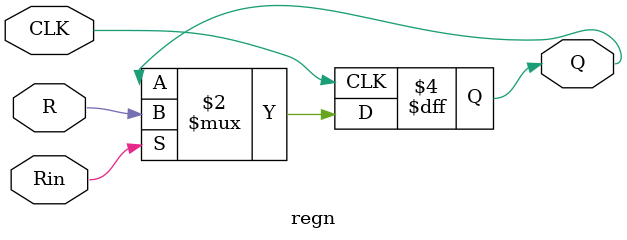
<source format=v>
`timescale 1ns / 1ps


module regn(R,Rin,CLK,Q);
parameter n = 8;
input R;
input Rin, CLK;
output Q;
reg Q;
always @(posedge CLK)
if (Rin)
Q <= R;
endmodule

</source>
